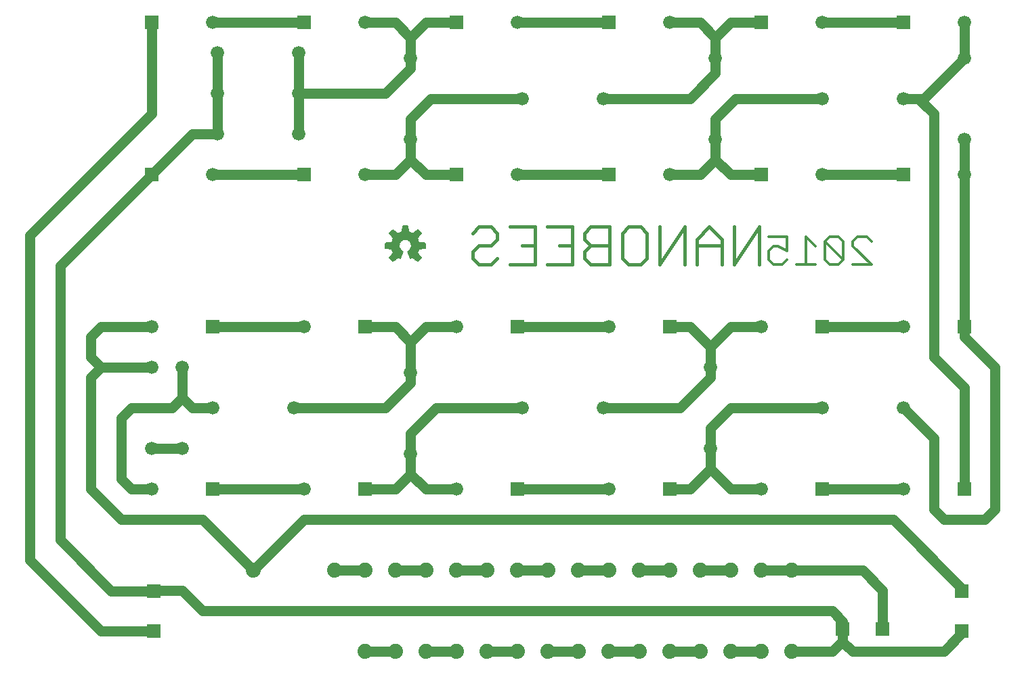
<source format=gbl>
G75*
%MOIN*%
%OFA0B0*%
%FSLAX24Y24*%
%IPPOS*%
%LPD*%
%AMOC8*
5,1,8,0,0,1.08239X$1,22.5*
%
%ADD10C,0.0120*%
%ADD11C,0.0160*%
%ADD12C,0.0660*%
%ADD13R,0.0650X0.0650*%
%ADD14R,0.0650X0.0650*%
%ADD15C,0.0740*%
%ADD16C,0.0059*%
%ADD17C,0.0500*%
D10*
X037476Y025290D02*
X037706Y025060D01*
X038166Y025060D01*
X038396Y025290D01*
X038396Y025751D02*
X037936Y025981D01*
X037706Y025981D01*
X037476Y025751D01*
X037476Y025290D01*
X038396Y025751D02*
X038396Y026441D01*
X037476Y026441D01*
X039317Y026441D02*
X039317Y025060D01*
X038857Y025060D02*
X039778Y025060D01*
X040238Y025290D02*
X040468Y025060D01*
X040929Y025060D01*
X041159Y025290D01*
X040238Y026211D01*
X040238Y025290D01*
X039778Y025981D02*
X039317Y026441D01*
X040238Y026211D02*
X040468Y026441D01*
X040929Y026441D01*
X041159Y026211D01*
X041159Y025290D01*
X041619Y025060D02*
X042540Y025060D01*
X041619Y025981D01*
X041619Y026211D01*
X041849Y026441D01*
X042310Y026441D01*
X042540Y026211D01*
D11*
X037020Y026922D02*
X037020Y025080D01*
X035792Y025080D02*
X035792Y026922D01*
X035178Y026308D02*
X034565Y026922D01*
X033951Y026308D01*
X033951Y025080D01*
X033337Y025080D02*
X033337Y026922D01*
X032109Y025080D01*
X032109Y026922D01*
X031495Y026615D02*
X031495Y025387D01*
X031188Y025080D01*
X030574Y025080D01*
X030268Y025387D01*
X030268Y026615D01*
X030574Y026922D01*
X031188Y026922D01*
X031495Y026615D01*
X029654Y026922D02*
X029654Y025080D01*
X028733Y025080D01*
X028426Y025387D01*
X028426Y025694D01*
X028733Y026001D01*
X029654Y026001D01*
X029654Y026922D02*
X028733Y026922D01*
X028426Y026615D01*
X028426Y026308D01*
X028733Y026001D01*
X027812Y026001D02*
X027198Y026001D01*
X026584Y026922D02*
X027812Y026922D01*
X027812Y025080D01*
X026584Y025080D01*
X025971Y025080D02*
X024743Y025080D01*
X024129Y025387D02*
X023822Y025080D01*
X023208Y025080D01*
X022901Y025387D01*
X022901Y025694D01*
X023208Y026001D01*
X023822Y026001D01*
X024129Y026308D01*
X024129Y026615D01*
X023822Y026922D01*
X023208Y026922D01*
X022901Y026615D01*
X024743Y026922D02*
X025971Y026922D01*
X025971Y025080D01*
X025971Y026001D02*
X025357Y026001D01*
X033951Y026001D02*
X035178Y026001D01*
X035178Y026308D02*
X035178Y025080D01*
X035792Y025080D02*
X037020Y026922D01*
D12*
X040100Y029500D03*
X040100Y033250D03*
X044100Y033250D03*
X047100Y031250D03*
X047100Y029500D03*
X047100Y035250D03*
X047100Y037000D03*
X040100Y037000D03*
X034850Y035250D03*
X032600Y037000D03*
X029350Y033250D03*
X025350Y033250D03*
X025100Y029500D03*
X019850Y031250D03*
X017600Y029500D03*
X014350Y031500D03*
X014350Y033500D03*
X014350Y035500D03*
X017600Y037000D03*
X019850Y035250D03*
X025100Y037000D03*
X032600Y029500D03*
X034850Y031250D03*
X037100Y022000D03*
X034600Y020000D03*
X034600Y016000D03*
X037100Y014000D03*
X040100Y018000D03*
X044100Y018000D03*
X044100Y014000D03*
X044100Y022000D03*
X029600Y022000D03*
X029350Y018000D03*
X025350Y018000D03*
X022100Y014000D03*
X019850Y015750D03*
X019850Y019750D03*
X022100Y022000D03*
X014600Y022000D03*
X014100Y018000D03*
X010100Y018000D03*
X008600Y016000D03*
X007100Y016000D03*
X007100Y014000D03*
X014600Y014000D03*
X008600Y020000D03*
X007100Y020000D03*
X007100Y022000D03*
X010100Y029500D03*
X010350Y031500D03*
X010350Y033500D03*
X010350Y035500D03*
X010100Y037000D03*
X029600Y014000D03*
D13*
X032600Y014000D03*
X025100Y014000D03*
X017600Y014000D03*
X010100Y014000D03*
X010100Y022000D03*
X017600Y022000D03*
X025100Y022000D03*
X032600Y022000D03*
X040100Y022000D03*
X047100Y022000D03*
X044100Y029500D03*
X037100Y029500D03*
X029600Y029500D03*
X022100Y029500D03*
X014600Y029500D03*
X007100Y029500D03*
X007100Y037000D03*
X014600Y037000D03*
X022100Y037000D03*
X029600Y037000D03*
X037100Y037000D03*
X044100Y037000D03*
X047100Y014000D03*
X040100Y014000D03*
D14*
X046994Y008984D03*
X046994Y007016D03*
X043084Y007106D03*
X041116Y007106D03*
X007206Y007016D03*
X007206Y008984D03*
D15*
X012100Y010000D03*
X016100Y010000D03*
X017600Y010000D03*
X019100Y010000D03*
X020600Y010000D03*
X022100Y010000D03*
X023600Y010000D03*
X025100Y010000D03*
X026600Y010000D03*
X028100Y010000D03*
X029600Y010000D03*
X031100Y010000D03*
X032600Y010000D03*
X034100Y010000D03*
X035600Y010000D03*
X037100Y010000D03*
X038600Y010000D03*
X038600Y006000D03*
X037100Y006000D03*
X035600Y006000D03*
X034100Y006000D03*
X032600Y006000D03*
X031100Y006000D03*
X029600Y006000D03*
X028100Y006000D03*
X026600Y006000D03*
X025100Y006000D03*
X023600Y006000D03*
X022100Y006000D03*
X020600Y006000D03*
X019100Y006000D03*
X017600Y006000D03*
D16*
X018994Y025224D02*
X019241Y025426D01*
X019341Y025375D01*
X019482Y025716D01*
X019429Y025744D01*
X019382Y025782D01*
X019344Y025829D01*
X019316Y025882D01*
X019298Y025940D01*
X019292Y026000D01*
X019299Y026063D01*
X019318Y026123D01*
X019349Y026178D01*
X019391Y026225D01*
X019441Y026263D01*
X019498Y026290D01*
X019560Y026305D01*
X019623Y026307D01*
X019685Y026296D01*
X019744Y026272D01*
X019796Y026237D01*
X019840Y026192D01*
X019875Y026139D01*
X019897Y026080D01*
X019907Y026017D01*
X019904Y025954D01*
X019888Y025893D01*
X019860Y025836D01*
X019822Y025787D01*
X019773Y025746D01*
X019718Y025716D01*
X019859Y025375D01*
X019959Y025426D01*
X020206Y025224D01*
X020376Y025394D01*
X020174Y025641D01*
X020225Y025741D01*
X020259Y025848D01*
X020577Y025880D01*
X020577Y026120D01*
X020259Y026152D01*
X020225Y026259D01*
X020174Y026359D01*
X020376Y026606D01*
X020206Y026776D01*
X019959Y026574D01*
X019859Y026625D01*
X019752Y026659D01*
X019720Y026977D01*
X019480Y026977D01*
X019448Y026659D01*
X019341Y026625D01*
X019241Y026574D01*
X018994Y026776D01*
X018824Y026606D01*
X019026Y026359D01*
X018975Y026259D01*
X018941Y026152D01*
X018623Y026120D01*
X018623Y025880D01*
X018941Y025848D01*
X018975Y025741D01*
X019026Y025641D01*
X018824Y025394D01*
X018994Y025224D01*
X018959Y025259D02*
X019037Y025259D01*
X019108Y025317D02*
X018901Y025317D01*
X018844Y025375D02*
X019178Y025375D01*
X019365Y025432D02*
X018856Y025432D01*
X018902Y025490D02*
X019389Y025490D01*
X019412Y025547D02*
X018949Y025547D01*
X018996Y025605D02*
X019436Y025605D01*
X019460Y025662D02*
X019015Y025662D01*
X018986Y025720D02*
X019475Y025720D01*
X019389Y025777D02*
X018963Y025777D01*
X018945Y025835D02*
X019341Y025835D01*
X019313Y025893D02*
X018623Y025893D01*
X018623Y025950D02*
X019297Y025950D01*
X019293Y026008D02*
X018623Y026008D01*
X018623Y026065D02*
X019300Y026065D01*
X019318Y026123D02*
X018651Y026123D01*
X018950Y026180D02*
X019351Y026180D01*
X019407Y026238D02*
X018968Y026238D01*
X018994Y026295D02*
X019520Y026295D01*
X019685Y026295D02*
X020206Y026295D01*
X020232Y026238D02*
X019795Y026238D01*
X019848Y026180D02*
X020250Y026180D01*
X020177Y026353D02*
X019023Y026353D01*
X018984Y026411D02*
X020216Y026411D01*
X020263Y026468D02*
X018937Y026468D01*
X018890Y026526D02*
X020310Y026526D01*
X020357Y026583D02*
X019970Y026583D01*
X019940Y026583D02*
X019260Y026583D01*
X019230Y026583D02*
X018843Y026583D01*
X018859Y026641D02*
X019159Y026641D01*
X019089Y026698D02*
X018917Y026698D01*
X018974Y026756D02*
X019018Y026756D01*
X019390Y026641D02*
X019810Y026641D01*
X019748Y026698D02*
X019452Y026698D01*
X019458Y026756D02*
X019742Y026756D01*
X019737Y026813D02*
X019463Y026813D01*
X019469Y026871D02*
X019731Y026871D01*
X019725Y026929D02*
X019475Y026929D01*
X020041Y026641D02*
X020341Y026641D01*
X020283Y026698D02*
X020111Y026698D01*
X020182Y026756D02*
X020226Y026756D01*
X020549Y026123D02*
X019881Y026123D01*
X019899Y026065D02*
X020577Y026065D01*
X020577Y026008D02*
X019907Y026008D01*
X019903Y025950D02*
X020577Y025950D01*
X020577Y025893D02*
X019888Y025893D01*
X019859Y025835D02*
X020255Y025835D01*
X020237Y025777D02*
X019811Y025777D01*
X019725Y025720D02*
X020214Y025720D01*
X020185Y025662D02*
X019740Y025662D01*
X019764Y025605D02*
X020204Y025605D01*
X020251Y025547D02*
X019788Y025547D01*
X019811Y025490D02*
X020298Y025490D01*
X020344Y025432D02*
X019835Y025432D01*
X020022Y025375D02*
X020356Y025375D01*
X020299Y025317D02*
X020092Y025317D01*
X020163Y025259D02*
X020241Y025259D01*
D17*
X004600Y007000D02*
X001100Y010500D01*
X001100Y026500D01*
X007100Y032500D01*
X007100Y037000D01*
X010100Y037000D02*
X014600Y037000D01*
X014350Y035500D02*
X014350Y033500D01*
X018600Y033500D01*
X019850Y034750D01*
X019850Y035250D01*
X019850Y036250D01*
X019100Y037000D01*
X017600Y037000D01*
X019850Y036250D02*
X020600Y037000D01*
X022100Y037000D01*
X025100Y037000D02*
X029600Y037000D01*
X032600Y037000D02*
X034100Y037000D01*
X034850Y036250D01*
X035600Y037000D01*
X037100Y037000D01*
X034850Y036250D02*
X034850Y035250D01*
X034850Y034500D01*
X033600Y033250D01*
X029350Y033250D01*
X025350Y033250D02*
X020850Y033250D01*
X019850Y032250D01*
X019850Y031250D01*
X019850Y030250D01*
X020600Y029500D01*
X022100Y029500D01*
X019850Y030250D02*
X019100Y029500D01*
X017600Y029500D01*
X014600Y029500D02*
X010100Y029500D01*
X010350Y031500D02*
X009100Y031500D01*
X007100Y029500D01*
X002600Y025000D01*
X002600Y011500D01*
X005116Y008984D01*
X007206Y008984D01*
X007222Y009000D01*
X008600Y009000D01*
X009600Y008000D01*
X040600Y008000D01*
X041116Y007484D01*
X041116Y007106D01*
X041100Y007091D01*
X041100Y006500D01*
X040600Y006000D01*
X038600Y006000D01*
X037100Y006000D02*
X035600Y006000D01*
X034100Y006000D02*
X032600Y006000D01*
X031100Y006000D02*
X029600Y006000D01*
X028100Y006000D02*
X026600Y006000D01*
X025100Y006000D02*
X023600Y006000D01*
X022100Y006000D02*
X020600Y006000D01*
X019100Y006000D02*
X017600Y006000D01*
X017600Y010000D02*
X016100Y010000D01*
X014600Y012500D02*
X043600Y012500D01*
X046994Y009106D01*
X046994Y008984D01*
X046994Y007016D02*
X046994Y006894D01*
X046100Y006000D01*
X041600Y006000D01*
X041116Y006484D01*
X041116Y007106D01*
X043084Y007106D02*
X043084Y009016D01*
X042100Y010000D01*
X038600Y010000D01*
X037100Y010000D01*
X035600Y010000D02*
X034100Y010000D01*
X032600Y010000D02*
X031100Y010000D01*
X029600Y010000D02*
X028100Y010000D01*
X026600Y010000D02*
X025100Y010000D01*
X023600Y010000D02*
X022100Y010000D01*
X020600Y010000D02*
X019100Y010000D01*
X014600Y012500D02*
X012100Y010000D01*
X009600Y012500D01*
X005600Y012500D01*
X004100Y014000D01*
X004100Y019500D01*
X004600Y020000D01*
X004100Y020500D01*
X004100Y021500D01*
X004600Y022000D01*
X007100Y022000D01*
X007100Y020000D02*
X004600Y020000D01*
X006100Y018000D02*
X008100Y018000D01*
X008600Y018500D01*
X009100Y018000D01*
X010100Y018000D01*
X008600Y018500D02*
X008600Y020000D01*
X010100Y022000D02*
X014600Y022000D01*
X017600Y022000D02*
X019100Y022000D01*
X019850Y021250D01*
X020600Y022000D01*
X022100Y022000D01*
X019850Y021250D02*
X019850Y019750D01*
X019850Y019250D01*
X018600Y018000D01*
X014100Y018000D01*
X014600Y014000D02*
X010100Y014000D01*
X008600Y016000D02*
X007100Y016000D01*
X005600Y014500D02*
X005600Y017500D01*
X006100Y018000D01*
X005600Y014500D02*
X006100Y014000D01*
X007100Y014000D01*
X007206Y007016D02*
X007191Y007000D01*
X004600Y007000D01*
X017600Y014000D02*
X019100Y014000D01*
X019850Y014750D01*
X020600Y014000D01*
X022100Y014000D01*
X019850Y014750D02*
X019850Y015750D01*
X019850Y016750D01*
X021100Y018000D01*
X025350Y018000D01*
X029350Y018000D02*
X033100Y018000D01*
X034600Y019500D01*
X034600Y020000D01*
X034600Y021000D01*
X035600Y022000D01*
X037100Y022000D01*
X034600Y021000D02*
X033600Y022000D01*
X032600Y022000D01*
X029600Y022000D02*
X025100Y022000D01*
X025100Y029500D02*
X029600Y029500D01*
X032600Y029500D02*
X034100Y029500D01*
X034850Y030250D01*
X035600Y029500D01*
X037100Y029500D01*
X034850Y030250D02*
X034850Y031000D01*
X034850Y031250D01*
X034850Y032250D01*
X035850Y033250D01*
X040100Y033250D01*
X044100Y033250D02*
X044850Y033250D01*
X045100Y033250D01*
X047100Y035250D01*
X047100Y037000D01*
X044100Y037000D02*
X040100Y037000D01*
X044850Y033250D02*
X045600Y032500D01*
X045600Y020500D01*
X047100Y019000D01*
X047100Y014000D01*
X045600Y013000D02*
X046100Y012500D01*
X048100Y012500D01*
X048600Y013000D01*
X048600Y020000D01*
X047100Y021500D01*
X047100Y022000D01*
X047100Y029500D01*
X047100Y031250D01*
X044100Y029500D02*
X040100Y029500D01*
X040100Y022000D02*
X044100Y022000D01*
X044100Y018000D02*
X045600Y016500D01*
X045600Y013000D01*
X044100Y014000D02*
X040100Y014000D01*
X037100Y014000D02*
X035600Y014000D01*
X034600Y015000D01*
X034600Y016000D01*
X034600Y017000D01*
X035600Y018000D01*
X040100Y018000D01*
X034600Y015000D02*
X033600Y014000D01*
X032600Y014000D01*
X029600Y014000D02*
X025100Y014000D01*
X014350Y031500D02*
X014350Y033500D01*
X010350Y033500D02*
X010350Y031500D01*
X010350Y033500D02*
X010350Y035500D01*
M02*

</source>
